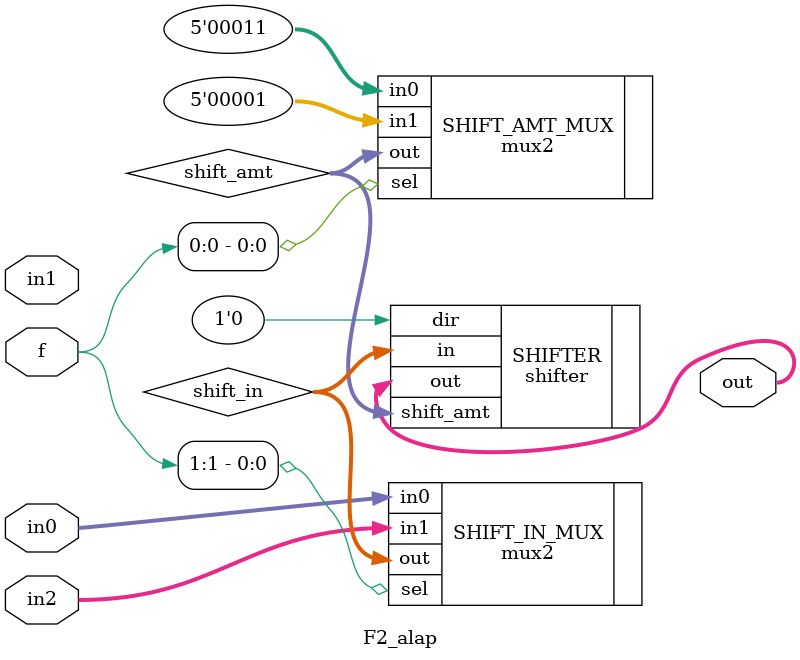
<source format=v>
module F2_alap # (
        parameter WIDTH = 32
    ) (
        input  wire [1:0]       f,
        input  wire [WIDTH-1:0] in0,
        input  wire [WIDTH-1:0] in1,
        input  wire [WIDTH-1:0] in2,
        output wire [WIDTH-1:0] out
    );

    wire  [$clog2(WIDTH)-1:0] shift_amt;
    wire  [WIDTH-1:0] shift_in;

    mux2 # (
            .WIDTH      (WIDTH)
        ) SHIFT_IN_MUX (
            .sel        (f[1]),
            .in0        (in0),
            .in1        (in2),
            .out        (shift_in)
        );

    mux2 # (
            .WIDTH      ($clog2(WIDTH))
        ) SHIFT_AMT_MUX (
            .sel        (f[0]),
            .in0        ({{($clog2(WIDTH)-2){1'b0}}, 2'b11}),
            .in1        ({{($clog2(WIDTH)-1){1'b0}}, 1'b1}),
            .out        (shift_amt)
        );

    shifter # (
            .WIDTH      (WIDTH)
        ) SHIFTER (
            .dir        (1'b0),
            .shift_amt  (shift_amt),
            .in         (shift_in),
            .out        (out)
        );

endmodule

</source>
